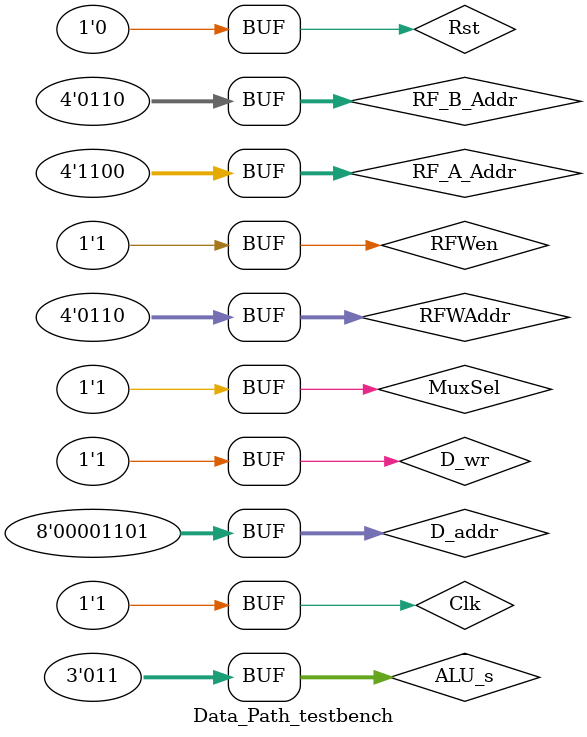
<source format=sv>

`timescale 1ps/1ps

module Data_Path_testbench;
	logic [7:0] D_addr;
	logic Clk, Rst, D_wr, MuxSel, RFWen;
	logic [15:0] ALU_Out, ALU_A, ALU_B;
	logic [3:0] RF_A_Addr, RF_B_Addr, RFWAddr;
	logic [2:0] ALU_s;
	
	
	Data_Path dut(D_addr,
				 Clk,
				 Rst,
				 D_wr,
				 MuxSel,
				 ALU_s,
				 RF_A_Addr,
				 RF_B_Addr,
				 RFWen,
				 RFWAddr,
				 ALU_Out,
				 ALU_A,
				 ALU_B);
				 
				 
	initial begin
		D_addr = 6;
		Rst = 0;
		D_wr = 0;
		MuxSel = 0;
		ALU_s = 0; 
		RF_A_Addr = 4'b1100;
		RF_B_Addr = 4'b0110; //register 6 from the mif selected.
		RFWen = 1;           
		RFWAddr = 4'b1100; 
		
		// two clock cycles for load.
		Clk = 0;
		#10;
		Clk = 1; //1
		#10;
		Clk = 0;
		#10;
		Clk = 1; //2
		#10;
	
		
		D_addr = 11;
		Rst = 0;
		D_wr = 0;
		MuxSel = 0;
		ALU_s = 7; 
		RF_A_Addr = 4'b1100;
		RF_B_Addr = 4'b0110; //loads contents of register 6 from mif into 
		RFWen = 1;           //register 6 in register file.
		RFWAddr = 4'b1100; 
		
		//two clock cycles for load.
		Clk = 0;
		#10;
		Clk = 1; //3
		#10;
		Clk = 0; 
		#10;
		Clk = 1; //4
		#10;
		
		//Clk = 1; 
		//#10;
		//Clk = 0;
		//#10;
		
		D_addr = 11;
		Rst = 0;
		D_wr = 0;
		MuxSel = 0;
		ALU_s = 2; 
		RF_A_Addr = 4'b1100;
		RF_B_Addr = 4'b0110; //get contents of register 11 from the mif
		RFWen = 1;
		RFWAddr = 4'b0110; 
		
		Clk = 0;
		#10;
		Clk = 1; //5
		#10;
		Clk = 0;
		#10;
		Clk = 1; //6
		#10;
		
		
		D_addr = 11;
		Rst = 0;
		D_wr = 0;
		MuxSel = 0;
		ALU_s = 1; 
		RF_A_Addr = 4'b1100;
		RF_B_Addr = 4'b0110; //load it into register 6 in the register file
		RFWen = 1;
		RFWAddr = 4'b0110; 
		
		Clk = 0;
		#10;
		Clk = 1; //7
		#10;
		Clk = 0;
		#10;
		Clk = 1; //8
		#10;
		
		
		D_addr = 13;
		Rst = 0;
		D_wr = 1;
		MuxSel = 1;
		ALU_s = 3; 
		RF_A_Addr = 4'b1100;
		RF_B_Addr = 4'b0110; //load it into register 12 in the register file
		RFWen = 1;
		RFWAddr = 4'b0110; 
		
		Clk = 0;
		#10;
		Clk = 1; //9
		#10;
		Clk = 0; 
		#10;
		Clk = 1; //10
		#10;
		Clk = 0;
		#10;
		Clk = 1; //11
		#10;
		
		/*
		D_addr = 6;
		Rst = 0;
		D_wr = 0;
		MuxSel = 1;
		ALU_s = 0; 
		RF_A_Addr = 4'b1100;
		RF_B_Addr = 4'b0110; //then load it into register 6 in the register file and add them
		RFWen = 1;
		RFWAddr = 4'b1100; 
		
		Clk = 1; 
		#10;
		Clk = 0;
		#10;
		Clk = 1; 
		#10;
		Clk = 0;
		#10;
		
		D_addr = 11;
		Rst = 0;
		D_wr = 0;
		MuxSel = 1;
		ALU_s = 3; 
		RF_A_Addr = 4'b1100;
		RF_B_Addr = 4'b0110; //load 11s contents into 6
		RFWen = 1;
		RFWAddr = 4'b0110; 
		
			
		Clk = 1; 
		#10;
		Clk = 0;
		#10;
		Clk = 1; 
		#10;
		Clk = 0;
		#10;
		
		D_addr = 5;
		Rst = 0;
		D_wr = 0;
		MuxSel = 0;
		ALU_s = 3; 
		RF_A_Addr = 4'b1100;
		RF_B_Addr = 4'b0110;
		RFWen = 1;
		RFWAddr = 4'b0011; 
		
			
		Clk = 1; 
		#10;
		Clk = 0;
		#10;
		Clk = 1; 
		#10;
		Clk = 0;
		#10;
		
		D_addr = 5;
		Rst = 0;
		D_wr = 0;
		MuxSel = 1;
		ALU_s = 3; 
		RF_A_Addr = 4'b1100;
		RF_B_Addr = 4'b0110;
		RFWen = 1;
		RFWAddr = 4'b0110; 
		
			
		Clk = 1; 
		#10;
		Clk = 0;
		#10;
		Clk = 1; 
		#10;
		Clk = 0;
		#10;
		D_addr = 5;
		Rst = 0;
		D_wr = 0;
		MuxSel = 0;
		ALU_s = 3; 
		RF_A_Addr = 4'b1100;
		RF_B_Addr = 4'b0110;
		RFWen = 1;
		RFWAddr = 4'b0011; 
		
			
		Clk = 1; 
		#10;
		Clk = 0;
		#10;
		Clk = 1; 
		#10;
		Clk = 0;
		#10;*/
		/*
		$display(RF_A_Addr, RF_B_Addr);
		for (int i = 0; i < 16; i++) begin
			for (int j = 0; j < 16; j++) begin
				
				Clk = 1; 
				#10;
				Clk = 0;
				#10;
				Clk = 1; 
				#10;
				Clk = 0;
				#10;
				$display(ALU_Out, ALU_A, ALU_B);
			end
		end
		D_addr = 8'b00110011;
		Rst = 0;
		D_wr = 1;
		MuxSel = 0;
		ALU_s = 0; 
		RF_A_Addr = 4'b1100;
		RF_B_Addr = 4'b0101;
		RFWen = 0;
		RFWAddr = 4'b0110; 
		Clk = 1; 
		#10;
		Clk = 0;
		#10;
		Clk = 1; 
		#10;
		Clk = 0;
		#10;
		
		for (int i = 0; i < 8; i++) begin
			ALU_s = i;
			Clk = 1;
			#10;
			Clk = 0;
			#10;
			$display(ALU_Out, ALU_A, ALU_B);
		
		end
		D_addr = 8'b00110011;
		Rst = 0;
		D_wr = 1;
		MuxSel = 1;
		ALU_s = 0; 
		RF_A_Addr = 4'b1100;
		RF_B_Addr = 4'b0101;
		RFWen = 0;
		RFWAddr = 4'b0110; 
		Clk = 1; 
		#10;
		Clk = 0;
		#10;
		Clk = 1; 
		#10;
		Clk = 0;
		#10;
		
		for (int i = 0; i < 8; i++) begin
			ALU_s = i;
			Clk = 1;
			#10;
			Clk = 0;
			#10;
			$display(ALU_Out, ALU_A, ALU_B);
		
		end
		D_addr = 8'b00110011;
		Rst = 0;
		D_wr = 1;
		MuxSel = 1;
		ALU_s = 0; 
		RF_A_Addr = 4'b1100;
		RF_B_Addr = 4'b0101;
		RFWen = 0;
		RFWAddr = 4'b0110; 
		Clk = 1; 
		#10;
		Clk = 0;
		#10;
		Clk = 1; 
		#10;
		Clk = 0;
		#10;
		
		for (int i = 0; i < 8; i++) begin
			ALU_s = i;
			Clk = 1;
			#10;
			Clk = 0;
			#10;
			$display(ALU_Out, ALU_A, ALU_B);
		
		end*/
		
	end
				
endmodule			
</source>
